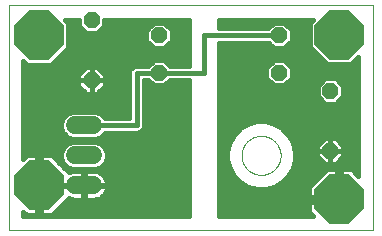
<source format=gtl>
G75*
%MOIN*%
%OFA0B0*%
%FSLAX25Y25*%
%IPPOS*%
%LPD*%
%AMOC8*
5,1,8,0,0,1.08239X$1,22.5*
%
%ADD10C,0.00000*%
%ADD11OC8,0.16400*%
%ADD12OC8,0.05200*%
%ADD13C,0.06000*%
%ADD14C,0.01600*%
D10*
X0003000Y0003125D02*
X0003000Y0078086D01*
X0124201Y0078086D01*
X0124201Y0003125D01*
X0003000Y0003125D01*
X0080500Y0028125D02*
X0080502Y0028286D01*
X0080508Y0028446D01*
X0080518Y0028607D01*
X0080532Y0028767D01*
X0080550Y0028927D01*
X0080571Y0029086D01*
X0080597Y0029245D01*
X0080627Y0029403D01*
X0080660Y0029560D01*
X0080698Y0029717D01*
X0080739Y0029872D01*
X0080784Y0030026D01*
X0080833Y0030179D01*
X0080886Y0030331D01*
X0080942Y0030482D01*
X0081003Y0030631D01*
X0081066Y0030779D01*
X0081134Y0030925D01*
X0081205Y0031069D01*
X0081279Y0031211D01*
X0081357Y0031352D01*
X0081439Y0031490D01*
X0081524Y0031627D01*
X0081612Y0031761D01*
X0081704Y0031893D01*
X0081799Y0032023D01*
X0081897Y0032151D01*
X0081998Y0032276D01*
X0082102Y0032398D01*
X0082209Y0032518D01*
X0082319Y0032635D01*
X0082432Y0032750D01*
X0082548Y0032861D01*
X0082667Y0032970D01*
X0082788Y0033075D01*
X0082912Y0033178D01*
X0083038Y0033278D01*
X0083166Y0033374D01*
X0083297Y0033467D01*
X0083431Y0033557D01*
X0083566Y0033644D01*
X0083704Y0033727D01*
X0083843Y0033807D01*
X0083985Y0033883D01*
X0084128Y0033956D01*
X0084273Y0034025D01*
X0084420Y0034091D01*
X0084568Y0034153D01*
X0084718Y0034211D01*
X0084869Y0034266D01*
X0085022Y0034317D01*
X0085176Y0034364D01*
X0085331Y0034407D01*
X0085487Y0034446D01*
X0085643Y0034482D01*
X0085801Y0034513D01*
X0085959Y0034541D01*
X0086118Y0034565D01*
X0086278Y0034585D01*
X0086438Y0034601D01*
X0086598Y0034613D01*
X0086759Y0034621D01*
X0086920Y0034625D01*
X0087080Y0034625D01*
X0087241Y0034621D01*
X0087402Y0034613D01*
X0087562Y0034601D01*
X0087722Y0034585D01*
X0087882Y0034565D01*
X0088041Y0034541D01*
X0088199Y0034513D01*
X0088357Y0034482D01*
X0088513Y0034446D01*
X0088669Y0034407D01*
X0088824Y0034364D01*
X0088978Y0034317D01*
X0089131Y0034266D01*
X0089282Y0034211D01*
X0089432Y0034153D01*
X0089580Y0034091D01*
X0089727Y0034025D01*
X0089872Y0033956D01*
X0090015Y0033883D01*
X0090157Y0033807D01*
X0090296Y0033727D01*
X0090434Y0033644D01*
X0090569Y0033557D01*
X0090703Y0033467D01*
X0090834Y0033374D01*
X0090962Y0033278D01*
X0091088Y0033178D01*
X0091212Y0033075D01*
X0091333Y0032970D01*
X0091452Y0032861D01*
X0091568Y0032750D01*
X0091681Y0032635D01*
X0091791Y0032518D01*
X0091898Y0032398D01*
X0092002Y0032276D01*
X0092103Y0032151D01*
X0092201Y0032023D01*
X0092296Y0031893D01*
X0092388Y0031761D01*
X0092476Y0031627D01*
X0092561Y0031490D01*
X0092643Y0031352D01*
X0092721Y0031211D01*
X0092795Y0031069D01*
X0092866Y0030925D01*
X0092934Y0030779D01*
X0092997Y0030631D01*
X0093058Y0030482D01*
X0093114Y0030331D01*
X0093167Y0030179D01*
X0093216Y0030026D01*
X0093261Y0029872D01*
X0093302Y0029717D01*
X0093340Y0029560D01*
X0093373Y0029403D01*
X0093403Y0029245D01*
X0093429Y0029086D01*
X0093450Y0028927D01*
X0093468Y0028767D01*
X0093482Y0028607D01*
X0093492Y0028446D01*
X0093498Y0028286D01*
X0093500Y0028125D01*
X0093498Y0027964D01*
X0093492Y0027804D01*
X0093482Y0027643D01*
X0093468Y0027483D01*
X0093450Y0027323D01*
X0093429Y0027164D01*
X0093403Y0027005D01*
X0093373Y0026847D01*
X0093340Y0026690D01*
X0093302Y0026533D01*
X0093261Y0026378D01*
X0093216Y0026224D01*
X0093167Y0026071D01*
X0093114Y0025919D01*
X0093058Y0025768D01*
X0092997Y0025619D01*
X0092934Y0025471D01*
X0092866Y0025325D01*
X0092795Y0025181D01*
X0092721Y0025039D01*
X0092643Y0024898D01*
X0092561Y0024760D01*
X0092476Y0024623D01*
X0092388Y0024489D01*
X0092296Y0024357D01*
X0092201Y0024227D01*
X0092103Y0024099D01*
X0092002Y0023974D01*
X0091898Y0023852D01*
X0091791Y0023732D01*
X0091681Y0023615D01*
X0091568Y0023500D01*
X0091452Y0023389D01*
X0091333Y0023280D01*
X0091212Y0023175D01*
X0091088Y0023072D01*
X0090962Y0022972D01*
X0090834Y0022876D01*
X0090703Y0022783D01*
X0090569Y0022693D01*
X0090434Y0022606D01*
X0090296Y0022523D01*
X0090157Y0022443D01*
X0090015Y0022367D01*
X0089872Y0022294D01*
X0089727Y0022225D01*
X0089580Y0022159D01*
X0089432Y0022097D01*
X0089282Y0022039D01*
X0089131Y0021984D01*
X0088978Y0021933D01*
X0088824Y0021886D01*
X0088669Y0021843D01*
X0088513Y0021804D01*
X0088357Y0021768D01*
X0088199Y0021737D01*
X0088041Y0021709D01*
X0087882Y0021685D01*
X0087722Y0021665D01*
X0087562Y0021649D01*
X0087402Y0021637D01*
X0087241Y0021629D01*
X0087080Y0021625D01*
X0086920Y0021625D01*
X0086759Y0021629D01*
X0086598Y0021637D01*
X0086438Y0021649D01*
X0086278Y0021665D01*
X0086118Y0021685D01*
X0085959Y0021709D01*
X0085801Y0021737D01*
X0085643Y0021768D01*
X0085487Y0021804D01*
X0085331Y0021843D01*
X0085176Y0021886D01*
X0085022Y0021933D01*
X0084869Y0021984D01*
X0084718Y0022039D01*
X0084568Y0022097D01*
X0084420Y0022159D01*
X0084273Y0022225D01*
X0084128Y0022294D01*
X0083985Y0022367D01*
X0083843Y0022443D01*
X0083704Y0022523D01*
X0083566Y0022606D01*
X0083431Y0022693D01*
X0083297Y0022783D01*
X0083166Y0022876D01*
X0083038Y0022972D01*
X0082912Y0023072D01*
X0082788Y0023175D01*
X0082667Y0023280D01*
X0082548Y0023389D01*
X0082432Y0023500D01*
X0082319Y0023615D01*
X0082209Y0023732D01*
X0082102Y0023852D01*
X0081998Y0023974D01*
X0081897Y0024099D01*
X0081799Y0024227D01*
X0081704Y0024357D01*
X0081612Y0024489D01*
X0081524Y0024623D01*
X0081439Y0024760D01*
X0081357Y0024898D01*
X0081279Y0025039D01*
X0081205Y0025181D01*
X0081134Y0025325D01*
X0081066Y0025471D01*
X0081003Y0025619D01*
X0080942Y0025768D01*
X0080886Y0025919D01*
X0080833Y0026071D01*
X0080784Y0026224D01*
X0080739Y0026378D01*
X0080698Y0026533D01*
X0080660Y0026690D01*
X0080627Y0026847D01*
X0080597Y0027005D01*
X0080571Y0027164D01*
X0080550Y0027323D01*
X0080532Y0027483D01*
X0080518Y0027643D01*
X0080508Y0027804D01*
X0080502Y0027964D01*
X0080500Y0028125D01*
D11*
X0113000Y0013440D03*
X0113000Y0068243D03*
X0013000Y0068125D03*
X0013000Y0018125D03*
D12*
X0030500Y0053125D03*
X0053000Y0055625D03*
X0053000Y0068125D03*
X0030500Y0073125D03*
X0093000Y0068125D03*
X0093000Y0055625D03*
X0110067Y0049582D03*
X0110067Y0029582D03*
D13*
X0031000Y0028125D02*
X0025000Y0028125D01*
X0025000Y0038125D02*
X0031000Y0038125D01*
X0031000Y0018125D02*
X0025000Y0018125D01*
D14*
X0027800Y0017925D02*
X0020200Y0017925D01*
X0020200Y0017747D01*
X0020263Y0017350D01*
X0013775Y0017350D01*
X0013775Y0018900D01*
X0012225Y0018900D01*
X0012225Y0028125D01*
X0008858Y0028125D01*
X0007800Y0027067D01*
X0007800Y0059466D01*
X0008941Y0058325D01*
X0017059Y0058325D01*
X0022800Y0064066D01*
X0022800Y0072184D01*
X0021699Y0073286D01*
X0026300Y0073286D01*
X0026300Y0071385D01*
X0028760Y0068925D01*
X0032240Y0068925D01*
X0034700Y0071385D01*
X0034700Y0073286D01*
X0063000Y0073286D01*
X0063000Y0058025D01*
X0056540Y0058025D01*
X0054740Y0059825D01*
X0051260Y0059825D01*
X0049460Y0058025D01*
X0045023Y0058025D01*
X0044141Y0057660D01*
X0043465Y0056984D01*
X0043100Y0056102D01*
X0043100Y0040525D01*
X0034985Y0040525D01*
X0034900Y0040731D01*
X0033606Y0042025D01*
X0031915Y0042725D01*
X0024085Y0042725D01*
X0022394Y0042025D01*
X0021100Y0040731D01*
X0020400Y0039040D01*
X0020400Y0037210D01*
X0021100Y0035519D01*
X0022394Y0034225D01*
X0024085Y0033525D01*
X0031915Y0033525D01*
X0033606Y0034225D01*
X0034900Y0035519D01*
X0034985Y0035725D01*
X0045977Y0035725D01*
X0046859Y0036090D01*
X0047535Y0036766D01*
X0047900Y0037648D01*
X0047900Y0053225D01*
X0049460Y0053225D01*
X0051260Y0051425D01*
X0054740Y0051425D01*
X0056540Y0053225D01*
X0063000Y0053225D01*
X0063000Y0007925D01*
X0007800Y0007925D01*
X0007800Y0009183D01*
X0008858Y0008125D01*
X0012225Y0008125D01*
X0012225Y0017350D01*
X0013775Y0017350D01*
X0013775Y0008125D01*
X0017142Y0008125D01*
X0022850Y0013833D01*
X0023157Y0013677D01*
X0023876Y0013443D01*
X0024622Y0013325D01*
X0027800Y0013325D01*
X0027800Y0017925D01*
X0028200Y0017925D01*
X0028200Y0018325D01*
X0027800Y0018325D01*
X0027800Y0022925D01*
X0024622Y0022925D01*
X0023876Y0022807D01*
X0023157Y0022573D01*
X0022850Y0022417D01*
X0017142Y0028125D01*
X0013775Y0028125D01*
X0013775Y0018900D01*
X0020263Y0018900D01*
X0020200Y0018503D01*
X0020200Y0018325D01*
X0027800Y0018325D01*
X0027800Y0017925D01*
X0028200Y0017925D02*
X0028200Y0013325D01*
X0031378Y0013325D01*
X0032124Y0013443D01*
X0032843Y0013677D01*
X0033516Y0014020D01*
X0034127Y0014464D01*
X0034661Y0014998D01*
X0035105Y0015609D01*
X0035448Y0016282D01*
X0035682Y0017001D01*
X0035800Y0017747D01*
X0035800Y0017925D01*
X0028200Y0017925D01*
X0028200Y0018325D02*
X0035800Y0018325D01*
X0035800Y0018503D01*
X0035682Y0019249D01*
X0035448Y0019968D01*
X0035105Y0020641D01*
X0034661Y0021252D01*
X0034127Y0021786D01*
X0033516Y0022230D01*
X0032843Y0022573D01*
X0032124Y0022807D01*
X0031378Y0022925D01*
X0028200Y0022925D01*
X0028200Y0018325D01*
X0028200Y0019110D02*
X0027800Y0019110D01*
X0027800Y0017512D02*
X0028200Y0017512D01*
X0028200Y0015913D02*
X0027800Y0015913D01*
X0027800Y0014315D02*
X0028200Y0014315D01*
X0021733Y0012716D02*
X0063000Y0012716D01*
X0063000Y0011118D02*
X0020135Y0011118D01*
X0018536Y0009519D02*
X0063000Y0009519D01*
X0063000Y0014315D02*
X0033922Y0014315D01*
X0035260Y0015913D02*
X0063000Y0015913D01*
X0063000Y0017512D02*
X0035763Y0017512D01*
X0035704Y0019110D02*
X0063000Y0019110D01*
X0063000Y0020709D02*
X0035056Y0020709D01*
X0033365Y0022307D02*
X0063000Y0022307D01*
X0063000Y0023906D02*
X0032834Y0023906D01*
X0033606Y0024225D02*
X0034900Y0025519D01*
X0035600Y0027210D01*
X0035600Y0029040D01*
X0034900Y0030731D01*
X0033606Y0032025D01*
X0031915Y0032725D01*
X0024085Y0032725D01*
X0022394Y0032025D01*
X0021100Y0030731D01*
X0020400Y0029040D01*
X0020400Y0027210D01*
X0021100Y0025519D01*
X0022394Y0024225D01*
X0024085Y0023525D01*
X0031915Y0023525D01*
X0033606Y0024225D01*
X0034885Y0025504D02*
X0063000Y0025504D01*
X0063000Y0027103D02*
X0035556Y0027103D01*
X0035600Y0028701D02*
X0063000Y0028701D01*
X0063000Y0030300D02*
X0035078Y0030300D01*
X0033732Y0031898D02*
X0063000Y0031898D01*
X0063000Y0033497D02*
X0007800Y0033497D01*
X0007800Y0035095D02*
X0021524Y0035095D01*
X0020614Y0036694D02*
X0007800Y0036694D01*
X0007800Y0038292D02*
X0020400Y0038292D01*
X0020752Y0039891D02*
X0007800Y0039891D01*
X0007800Y0041489D02*
X0021859Y0041489D01*
X0028000Y0038125D02*
X0045500Y0038125D01*
X0045500Y0055625D01*
X0053000Y0055625D01*
X0068000Y0055625D01*
X0068000Y0068125D01*
X0093000Y0068125D01*
X0089460Y0065725D02*
X0091260Y0063925D01*
X0094740Y0063925D01*
X0097200Y0066385D01*
X0097200Y0069865D01*
X0094740Y0072325D01*
X0091260Y0072325D01*
X0089460Y0070525D01*
X0073000Y0070525D01*
X0073000Y0073286D01*
X0104183Y0073286D01*
X0103200Y0072302D01*
X0103200Y0064184D01*
X0108941Y0058443D01*
X0117059Y0058443D01*
X0119401Y0060785D01*
X0119401Y0021181D01*
X0117142Y0023440D01*
X0113775Y0023440D01*
X0113775Y0014215D01*
X0112225Y0014215D01*
X0112225Y0023440D01*
X0108858Y0023440D01*
X0103000Y0017582D01*
X0103000Y0014215D01*
X0112225Y0014215D01*
X0112225Y0012665D01*
X0103000Y0012665D01*
X0103000Y0009298D01*
X0104373Y0007925D01*
X0073000Y0007925D01*
X0073000Y0065725D01*
X0089460Y0065725D01*
X0089718Y0065467D02*
X0073000Y0065467D01*
X0073000Y0063868D02*
X0103515Y0063868D01*
X0103200Y0065467D02*
X0096282Y0065467D01*
X0097200Y0067065D02*
X0103200Y0067065D01*
X0103200Y0068664D02*
X0097200Y0068664D01*
X0096802Y0070262D02*
X0103200Y0070262D01*
X0103200Y0071861D02*
X0095204Y0071861D01*
X0090796Y0071861D02*
X0073000Y0071861D01*
X0063000Y0071861D02*
X0055204Y0071861D01*
X0054740Y0072325D02*
X0051260Y0072325D01*
X0048800Y0069865D01*
X0048800Y0066385D01*
X0051260Y0063925D01*
X0054740Y0063925D01*
X0057200Y0066385D01*
X0057200Y0069865D01*
X0054740Y0072325D01*
X0056802Y0070262D02*
X0063000Y0070262D01*
X0063000Y0068664D02*
X0057200Y0068664D01*
X0057200Y0067065D02*
X0063000Y0067065D01*
X0063000Y0065467D02*
X0056282Y0065467D01*
X0049718Y0065467D02*
X0022800Y0065467D01*
X0022800Y0067065D02*
X0048800Y0067065D01*
X0048800Y0068664D02*
X0022800Y0068664D01*
X0022800Y0070262D02*
X0027423Y0070262D01*
X0026300Y0071861D02*
X0022800Y0071861D01*
X0033577Y0070262D02*
X0049198Y0070262D01*
X0050796Y0071861D02*
X0034700Y0071861D01*
X0022603Y0063868D02*
X0063000Y0063868D01*
X0063000Y0062270D02*
X0021004Y0062270D01*
X0019406Y0060671D02*
X0063000Y0060671D01*
X0063000Y0059073D02*
X0055492Y0059073D01*
X0050508Y0059073D02*
X0017807Y0059073D01*
X0026100Y0054948D02*
X0026100Y0053125D01*
X0030500Y0053125D01*
X0030500Y0053125D01*
X0030500Y0057525D01*
X0032323Y0057525D01*
X0034900Y0054948D01*
X0034900Y0053125D01*
X0030500Y0053125D01*
X0030500Y0053125D01*
X0030500Y0053125D01*
X0030500Y0057525D01*
X0028677Y0057525D01*
X0026100Y0054948D01*
X0026100Y0054277D02*
X0007800Y0054277D01*
X0007800Y0052679D02*
X0026100Y0052679D01*
X0026100Y0053125D02*
X0026100Y0051302D01*
X0028677Y0048725D01*
X0030500Y0048725D01*
X0032323Y0048725D01*
X0034900Y0051302D01*
X0034900Y0053125D01*
X0030500Y0053125D01*
X0030500Y0048725D01*
X0030500Y0053125D01*
X0030500Y0053125D01*
X0026100Y0053125D01*
X0026322Y0051080D02*
X0007800Y0051080D01*
X0007800Y0049482D02*
X0027921Y0049482D01*
X0030500Y0049482D02*
X0030500Y0049482D01*
X0030500Y0051080D02*
X0030500Y0051080D01*
X0030500Y0052679D02*
X0030500Y0052679D01*
X0030500Y0054277D02*
X0030500Y0054277D01*
X0030500Y0055876D02*
X0030500Y0055876D01*
X0030500Y0057474D02*
X0030500Y0057474D01*
X0028627Y0057474D02*
X0007800Y0057474D01*
X0007800Y0055876D02*
X0027028Y0055876D01*
X0032373Y0057474D02*
X0043955Y0057474D01*
X0043100Y0055876D02*
X0033972Y0055876D01*
X0034900Y0054277D02*
X0043100Y0054277D01*
X0043100Y0052679D02*
X0034900Y0052679D01*
X0034678Y0051080D02*
X0043100Y0051080D01*
X0043100Y0049482D02*
X0033079Y0049482D01*
X0043100Y0047883D02*
X0007800Y0047883D01*
X0007800Y0046285D02*
X0043100Y0046285D01*
X0043100Y0044686D02*
X0007800Y0044686D01*
X0007800Y0043088D02*
X0043100Y0043088D01*
X0043100Y0041489D02*
X0034141Y0041489D01*
X0034476Y0035095D02*
X0063000Y0035095D01*
X0063000Y0036694D02*
X0047463Y0036694D01*
X0047900Y0038292D02*
X0063000Y0038292D01*
X0063000Y0039891D02*
X0047900Y0039891D01*
X0047900Y0041489D02*
X0063000Y0041489D01*
X0063000Y0043088D02*
X0047900Y0043088D01*
X0047900Y0044686D02*
X0063000Y0044686D01*
X0063000Y0046285D02*
X0047900Y0046285D01*
X0047900Y0047883D02*
X0063000Y0047883D01*
X0063000Y0049482D02*
X0047900Y0049482D01*
X0047900Y0051080D02*
X0063000Y0051080D01*
X0063000Y0052679D02*
X0055994Y0052679D01*
X0050006Y0052679D02*
X0047900Y0052679D01*
X0073000Y0052679D02*
X0090006Y0052679D01*
X0088800Y0053885D02*
X0091260Y0051425D01*
X0094740Y0051425D01*
X0097200Y0053885D01*
X0097200Y0057365D01*
X0094740Y0059825D01*
X0091260Y0059825D01*
X0088800Y0057365D01*
X0088800Y0053885D01*
X0088800Y0054277D02*
X0073000Y0054277D01*
X0073000Y0055876D02*
X0088800Y0055876D01*
X0088910Y0057474D02*
X0073000Y0057474D01*
X0073000Y0059073D02*
X0090508Y0059073D01*
X0095492Y0059073D02*
X0108311Y0059073D01*
X0106712Y0060671D02*
X0073000Y0060671D01*
X0073000Y0062270D02*
X0105114Y0062270D01*
X0097090Y0057474D02*
X0119401Y0057474D01*
X0119401Y0055876D02*
X0097200Y0055876D01*
X0097200Y0054277D02*
X0119401Y0054277D01*
X0119401Y0052679D02*
X0112909Y0052679D01*
X0111807Y0053782D02*
X0114267Y0051321D01*
X0114267Y0047842D01*
X0111807Y0045382D01*
X0108327Y0045382D01*
X0105867Y0047842D01*
X0105867Y0051321D01*
X0108327Y0053782D01*
X0111807Y0053782D01*
X0107224Y0052679D02*
X0095994Y0052679D01*
X0105867Y0051080D02*
X0073000Y0051080D01*
X0073000Y0049482D02*
X0105867Y0049482D01*
X0105867Y0047883D02*
X0073000Y0047883D01*
X0073000Y0046285D02*
X0107424Y0046285D01*
X0112710Y0046285D02*
X0119401Y0046285D01*
X0119401Y0047883D02*
X0114267Y0047883D01*
X0114267Y0049482D02*
X0119401Y0049482D01*
X0119401Y0051080D02*
X0114267Y0051080D01*
X0119401Y0044686D02*
X0073000Y0044686D01*
X0073000Y0043088D02*
X0119401Y0043088D01*
X0119401Y0041489D02*
X0073000Y0041489D01*
X0073000Y0039891D02*
X0119401Y0039891D01*
X0119401Y0038292D02*
X0091990Y0038292D01*
X0091362Y0038655D02*
X0088488Y0039425D01*
X0085512Y0039425D01*
X0082638Y0038655D01*
X0080062Y0037167D01*
X0077958Y0035063D01*
X0076470Y0032487D01*
X0075700Y0029613D01*
X0075700Y0026637D01*
X0076470Y0023763D01*
X0077958Y0021187D01*
X0080062Y0019083D01*
X0082638Y0017595D01*
X0085512Y0016825D01*
X0088488Y0016825D01*
X0091362Y0017595D01*
X0093938Y0019083D01*
X0096042Y0021187D01*
X0097530Y0023763D01*
X0098300Y0026637D01*
X0098300Y0029613D01*
X0097530Y0032487D01*
X0096042Y0035063D01*
X0093938Y0037167D01*
X0091362Y0038655D01*
X0094412Y0036694D02*
X0119401Y0036694D01*
X0119401Y0035095D02*
X0096010Y0035095D01*
X0096947Y0033497D02*
X0107759Y0033497D01*
X0108244Y0033982D02*
X0105667Y0031404D01*
X0105667Y0029582D01*
X0110067Y0029582D01*
X0110067Y0029582D01*
X0110067Y0033982D01*
X0111889Y0033982D01*
X0114467Y0031404D01*
X0114467Y0029582D01*
X0110067Y0029582D01*
X0110067Y0033982D01*
X0108244Y0033982D01*
X0110067Y0033497D02*
X0110067Y0033497D01*
X0110067Y0031898D02*
X0110067Y0031898D01*
X0110067Y0030300D02*
X0110067Y0030300D01*
X0110067Y0029582D02*
X0110067Y0029582D01*
X0110067Y0029582D01*
X0114467Y0029582D01*
X0114467Y0027759D01*
X0111889Y0025182D01*
X0110067Y0025182D01*
X0110067Y0029582D01*
X0105667Y0029582D01*
X0105667Y0027759D01*
X0108244Y0025182D01*
X0110067Y0025182D01*
X0110067Y0029582D01*
X0110067Y0029582D01*
X0110067Y0028701D02*
X0110067Y0028701D01*
X0110067Y0027103D02*
X0110067Y0027103D01*
X0110067Y0025504D02*
X0110067Y0025504D01*
X0107922Y0025504D02*
X0097996Y0025504D01*
X0098300Y0027103D02*
X0106323Y0027103D01*
X0105667Y0028701D02*
X0098300Y0028701D01*
X0098116Y0030300D02*
X0105667Y0030300D01*
X0106161Y0031898D02*
X0097688Y0031898D01*
X0097568Y0023906D02*
X0119401Y0023906D01*
X0119401Y0025504D02*
X0112212Y0025504D01*
X0113810Y0027103D02*
X0119401Y0027103D01*
X0119401Y0028701D02*
X0114467Y0028701D01*
X0114467Y0030300D02*
X0119401Y0030300D01*
X0119401Y0031898D02*
X0113973Y0031898D01*
X0112374Y0033497D02*
X0119401Y0033497D01*
X0119401Y0022307D02*
X0118275Y0022307D01*
X0113775Y0022307D02*
X0112225Y0022307D01*
X0112225Y0020709D02*
X0113775Y0020709D01*
X0113775Y0019110D02*
X0112225Y0019110D01*
X0112225Y0017512D02*
X0113775Y0017512D01*
X0113775Y0015913D02*
X0112225Y0015913D01*
X0112225Y0014315D02*
X0113775Y0014315D01*
X0112225Y0012716D02*
X0073000Y0012716D01*
X0073000Y0011118D02*
X0103000Y0011118D01*
X0103000Y0009519D02*
X0073000Y0009519D01*
X0073000Y0014315D02*
X0103000Y0014315D01*
X0103000Y0015913D02*
X0073000Y0015913D01*
X0073000Y0017512D02*
X0082950Y0017512D01*
X0080034Y0019110D02*
X0073000Y0019110D01*
X0073000Y0020709D02*
X0078436Y0020709D01*
X0077311Y0022307D02*
X0073000Y0022307D01*
X0073000Y0023906D02*
X0076432Y0023906D01*
X0076004Y0025504D02*
X0073000Y0025504D01*
X0073000Y0027103D02*
X0075700Y0027103D01*
X0075700Y0028701D02*
X0073000Y0028701D01*
X0073000Y0030300D02*
X0075884Y0030300D01*
X0076312Y0031898D02*
X0073000Y0031898D01*
X0073000Y0033497D02*
X0077053Y0033497D01*
X0077990Y0035095D02*
X0073000Y0035095D01*
X0073000Y0036694D02*
X0079588Y0036694D01*
X0082010Y0038292D02*
X0073000Y0038292D01*
X0096689Y0022307D02*
X0107725Y0022307D01*
X0106127Y0020709D02*
X0095564Y0020709D01*
X0093966Y0019110D02*
X0104528Y0019110D01*
X0103000Y0017512D02*
X0091050Y0017512D01*
X0028200Y0020709D02*
X0027800Y0020709D01*
X0027800Y0022307D02*
X0028200Y0022307D01*
X0023166Y0023906D02*
X0021361Y0023906D01*
X0021115Y0025504D02*
X0019763Y0025504D01*
X0020444Y0027103D02*
X0018164Y0027103D01*
X0020400Y0028701D02*
X0007800Y0028701D01*
X0007800Y0027103D02*
X0007836Y0027103D01*
X0007800Y0030300D02*
X0020922Y0030300D01*
X0022268Y0031898D02*
X0007800Y0031898D01*
X0012225Y0027103D02*
X0013775Y0027103D01*
X0013775Y0025504D02*
X0012225Y0025504D01*
X0012225Y0023906D02*
X0013775Y0023906D01*
X0013775Y0022307D02*
X0012225Y0022307D01*
X0012225Y0020709D02*
X0013775Y0020709D01*
X0013775Y0019110D02*
X0012225Y0019110D01*
X0013775Y0017512D02*
X0020237Y0017512D01*
X0013775Y0015913D02*
X0012225Y0015913D01*
X0012225Y0014315D02*
X0013775Y0014315D01*
X0013775Y0012716D02*
X0012225Y0012716D01*
X0012225Y0011118D02*
X0013775Y0011118D01*
X0013775Y0009519D02*
X0012225Y0009519D01*
X0008193Y0059073D02*
X0007800Y0059073D01*
X0117689Y0059073D02*
X0119401Y0059073D01*
X0119401Y0060671D02*
X0119288Y0060671D01*
M02*

</source>
